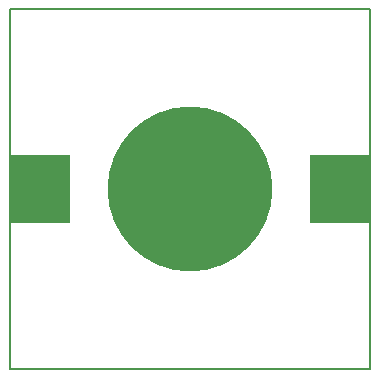
<source format=gtp>
G04 (created by PCBNEW (2013-mar-13)-testing) date Sunday 21 April 2013 10:40:16 PM IST*
%MOIN*%
G04 Gerber Fmt 3.4, Leading zero omitted, Abs format*
%FSLAX34Y34*%
G01*
G70*
G90*
G04 APERTURE LIST*
%ADD10C,0.003*%
%ADD11C,0.005*%
%ADD12R,0.2X0.225*%
%ADD13C,0.55*%
G04 APERTURE END LIST*
G54D10*
G54D11*
X10000Y-22000D02*
X10000Y-10000D01*
X22000Y-22000D02*
X10000Y-22000D01*
X22000Y-10000D02*
X22000Y-22000D01*
X10000Y-10000D02*
X22000Y-10000D01*
G54D12*
X21000Y-16000D03*
X11000Y-16000D03*
G54D13*
X16000Y-16000D03*
M02*

</source>
